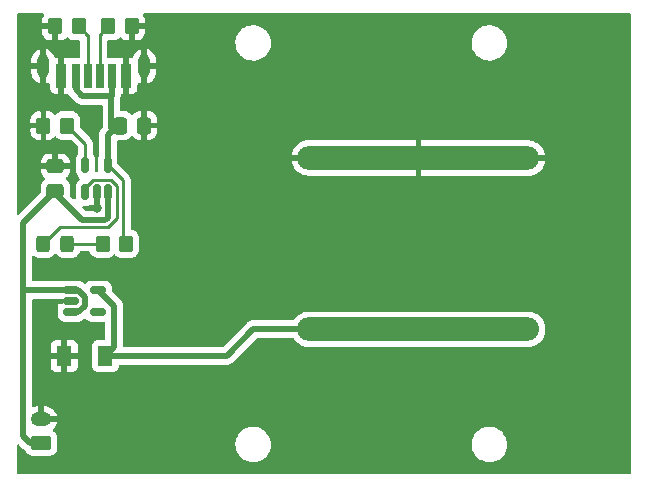
<source format=gbr>
%TF.GenerationSoftware,KiCad,Pcbnew,6.0.10-86aedd382b~118~ubuntu22.04.1*%
%TF.CreationDate,2023-02-04T11:12:36-05:00*%
%TF.ProjectId,HP Classic V3,48502043-6c61-4737-9369-632056332e6b,V3.1*%
%TF.SameCoordinates,Original*%
%TF.FileFunction,Copper,L1,Top*%
%TF.FilePolarity,Positive*%
%FSLAX46Y46*%
G04 Gerber Fmt 4.6, Leading zero omitted, Abs format (unit mm)*
G04 Created by KiCad (PCBNEW 6.0.10-86aedd382b~118~ubuntu22.04.1) date 2023-02-04 11:12:36*
%MOMM*%
%LPD*%
G01*
G04 APERTURE LIST*
G04 Aperture macros list*
%AMRoundRect*
0 Rectangle with rounded corners*
0 $1 Rounding radius*
0 $2 $3 $4 $5 $6 $7 $8 $9 X,Y pos of 4 corners*
0 Add a 4 corners polygon primitive as box body*
4,1,4,$2,$3,$4,$5,$6,$7,$8,$9,$2,$3,0*
0 Add four circle primitives for the rounded corners*
1,1,$1+$1,$2,$3*
1,1,$1+$1,$4,$5*
1,1,$1+$1,$6,$7*
1,1,$1+$1,$8,$9*
0 Add four rect primitives between the rounded corners*
20,1,$1+$1,$2,$3,$4,$5,0*
20,1,$1+$1,$4,$5,$6,$7,0*
20,1,$1+$1,$6,$7,$8,$9,0*
20,1,$1+$1,$8,$9,$2,$3,0*%
G04 Aperture macros list end*
%TA.AperFunction,ComponentPad*%
%ADD10O,1.000000X2.000000*%
%TD*%
%TA.AperFunction,SMDPad,CuDef*%
%ADD11R,0.900000X2.000000*%
%TD*%
%TA.AperFunction,SMDPad,CuDef*%
%ADD12R,0.800000X2.000000*%
%TD*%
%TA.AperFunction,SMDPad,CuDef*%
%ADD13R,0.700000X2.000000*%
%TD*%
%TA.AperFunction,SMDPad,CuDef*%
%ADD14RoundRect,0.250000X-0.337500X-0.475000X0.337500X-0.475000X0.337500X0.475000X-0.337500X0.475000X0*%
%TD*%
%TA.AperFunction,SMDPad,CuDef*%
%ADD15RoundRect,0.150000X-0.512500X-0.150000X0.512500X-0.150000X0.512500X0.150000X-0.512500X0.150000X0*%
%TD*%
%TA.AperFunction,SMDPad,CuDef*%
%ADD16R,1.300000X1.700000*%
%TD*%
%TA.AperFunction,SMDPad,CuDef*%
%ADD17RoundRect,0.250000X0.350000X0.450000X-0.350000X0.450000X-0.350000X-0.450000X0.350000X-0.450000X0*%
%TD*%
%TA.AperFunction,SMDPad,CuDef*%
%ADD18RoundRect,0.250000X-0.325000X-0.450000X0.325000X-0.450000X0.325000X0.450000X-0.325000X0.450000X0*%
%TD*%
%TA.AperFunction,SMDPad,CuDef*%
%ADD19RoundRect,0.250000X0.475000X-0.337500X0.475000X0.337500X-0.475000X0.337500X-0.475000X-0.337500X0*%
%TD*%
%TA.AperFunction,SMDPad,CuDef*%
%ADD20RoundRect,0.150000X0.150000X-0.512500X0.150000X0.512500X-0.150000X0.512500X-0.150000X-0.512500X0*%
%TD*%
%TA.AperFunction,ComponentPad*%
%ADD21O,1.750000X1.200000*%
%TD*%
%TA.AperFunction,ComponentPad*%
%ADD22RoundRect,0.250000X0.625000X-0.350000X0.625000X0.350000X-0.625000X0.350000X-0.625000X-0.350000X0*%
%TD*%
%TA.AperFunction,SMDPad,CuDef*%
%ADD23RoundRect,0.250000X-0.350000X-0.450000X0.350000X-0.450000X0.350000X0.450000X-0.350000X0.450000X0*%
%TD*%
%TA.AperFunction,ComponentPad*%
%ADD24O,20.500000X2.000000*%
%TD*%
%TA.AperFunction,ViaPad*%
%ADD25C,0.800000*%
%TD*%
%TA.AperFunction,Conductor*%
%ADD26C,0.500000*%
%TD*%
%TA.AperFunction,Conductor*%
%ADD27C,0.250000*%
%TD*%
G04 APERTURE END LIST*
D10*
%TO.P,J1,S2,SHIELD*%
%TO.N,GND*%
X4480000Y38500000D03*
%TO.P,J1,S1,SHIELD*%
X13020000Y38500000D03*
D11*
%TO.P,J1,B12,GND_B*%
X6000000Y37700000D03*
D12*
%TO.P,J1,B9,VBUS_B*%
%TO.N,VBUS*%
X7230000Y37700000D03*
D13*
%TO.P,J1,B5,CC2*%
%TO.N,Net-(J1-PadB5)*%
X9250000Y37700000D03*
D11*
%TO.P,J1,A12,GND_A*%
%TO.N,GND*%
X11500000Y37700000D03*
D12*
%TO.P,J1,A9,VBUS_A*%
%TO.N,VBUS*%
X10270000Y37700000D03*
D13*
%TO.P,J1,A5,CC1*%
%TO.N,Net-(J1-PadA5)*%
X8250000Y37700000D03*
%TD*%
D14*
%TO.P,C1,2*%
%TO.N,GND*%
X13037500Y33500000D03*
%TO.P,C1,1*%
%TO.N,VBUS*%
X10962500Y33500000D03*
%TD*%
D15*
%TO.P,U2,5,OUT*%
%TO.N,Net-(POS1-Pad1)*%
X9137500Y19573528D03*
%TO.P,U2,4,NC*%
%TO.N,unconnected-(U2-Pad4)*%
X9137500Y17673528D03*
%TO.P,U2,3,EN*%
%TO.N,+VDC*%
X6862500Y17673528D03*
%TO.P,U2,2,GND*%
%TO.N,GND*%
X6862500Y18623528D03*
%TO.P,U2,1,VDD*%
%TO.N,+VDC*%
X6862500Y19573528D03*
%TD*%
D16*
%TO.P,Z1,2,A*%
%TO.N,GND*%
X6250000Y14000000D03*
%TO.P,Z1,1,K*%
%TO.N,Net-(POS1-Pad1)*%
X9750000Y14000000D03*
%TD*%
D17*
%TO.P,R1,2*%
%TO.N,GND*%
X5500000Y41900000D03*
%TO.P,R1,1*%
%TO.N,Net-(J1-PadA5)*%
X7500000Y41900000D03*
%TD*%
D18*
%TO.P,LED1,2,A*%
%TO.N,Net-(LED1-Pad2)*%
X6525000Y23500000D03*
%TO.P,LED1,1,K*%
%TO.N,Net-(LED1-Pad1)*%
X4475000Y23500000D03*
%TD*%
D19*
%TO.P,C2,2*%
%TO.N,GND*%
X5500000Y30037500D03*
%TO.P,C2,1*%
%TO.N,+VDC*%
X5500000Y27962500D03*
%TD*%
D20*
%TO.P,U1,5,PROG*%
%TO.N,Net-(R4-Pad1)*%
X8050000Y30137500D03*
%TO.P,U1,4,VDD*%
%TO.N,VBUS*%
X9950000Y30137500D03*
%TO.P,U1,3,VBAT*%
%TO.N,+VDC*%
X9950000Y27862500D03*
%TO.P,U1,2,VSS*%
%TO.N,GND*%
X9000000Y27862500D03*
%TO.P,U1,1,STAT*%
%TO.N,Net-(LED1-Pad1)*%
X8050000Y27862500D03*
%TD*%
D21*
%TO.P,J2,2,Pin_2*%
%TO.N,GND*%
X4300000Y8620000D03*
D22*
%TO.P,J2,1,Pin_1*%
%TO.N,+VDC*%
X4300000Y6620000D03*
%TD*%
D17*
%TO.P,R4,2*%
%TO.N,GND*%
X4500000Y33500000D03*
%TO.P,R4,1*%
%TO.N,Net-(R4-Pad1)*%
X6500000Y33500000D03*
%TD*%
%TO.P,R3,2*%
%TO.N,Net-(LED1-Pad2)*%
X9500000Y23500000D03*
%TO.P,R3,1*%
%TO.N,VBUS*%
X11500000Y23500000D03*
%TD*%
D23*
%TO.P,R2,1*%
%TO.N,Net-(J1-PadB5)*%
X10000000Y41900000D03*
%TO.P,R2,2*%
%TO.N,GND*%
X12000000Y41900000D03*
%TD*%
D24*
%TO.P,NEG1,1,1*%
%TO.N,GND*%
X36250000Y30750000D03*
%TD*%
%TO.P,POS1,1,1*%
%TO.N,Net-(POS1-Pad1)*%
X36250000Y16250000D03*
%TD*%
D25*
%TO.N,GND*%
X9000000Y26525836D03*
%TD*%
D26*
%TO.N,+VDC*%
X2800000Y19573528D02*
X6862500Y19573528D01*
X8000000Y18997056D02*
X8000000Y18250000D01*
X7423528Y19573528D02*
X8000000Y18997056D01*
X8000000Y18250000D02*
X7423528Y17673528D01*
%TO.N,Net-(POS1-Pad1)*%
X9137500Y19573528D02*
X10500000Y18211028D01*
X10500000Y18211028D02*
X10500000Y14750000D01*
X10500000Y14750000D02*
X9750000Y14000000D01*
%TO.N,+VDC*%
X7423528Y17673528D02*
X6862500Y17673528D01*
X6862500Y19573528D02*
X7423528Y19573528D01*
%TO.N,VBUS*%
X10270000Y36020000D02*
X10250000Y36000000D01*
X10750000Y33500000D02*
X9950000Y32700000D01*
X10250000Y36000000D02*
X10250000Y33250000D01*
X9985673Y30137500D02*
X9950000Y30137500D01*
X10250000Y36000000D02*
X7800000Y36000000D01*
X7800000Y36000000D02*
X7230000Y36570000D01*
D27*
X9985673Y30137500D02*
X11250000Y28873173D01*
D26*
X10962500Y33500000D02*
X10750000Y33500000D01*
D27*
X11250000Y23750000D02*
X11500000Y23500000D01*
D26*
X9950000Y32700000D02*
X9950000Y30137500D01*
X10270000Y37700000D02*
X10270000Y36020000D01*
D27*
X11250000Y28873173D02*
X11250000Y23750000D01*
D26*
X7230000Y36570000D02*
X7230000Y37750000D01*
%TO.N,GND*%
X9000000Y26525836D02*
X9000000Y27862500D01*
%TO.N,+VDC*%
X4300000Y6620000D02*
X3380000Y6620000D01*
X9950000Y27862500D02*
X9950000Y25700000D01*
X3380000Y6620000D02*
X2750000Y7250000D01*
X2750000Y19623528D02*
X2800000Y19573528D01*
X5500000Y27962500D02*
X2750000Y25212500D01*
X2750000Y25212500D02*
X2750000Y18250000D01*
X9750000Y25500000D02*
X7750000Y25500000D01*
X2750000Y7250000D02*
X2750000Y19623528D01*
X9950000Y25700000D02*
X9750000Y25500000D01*
X7750000Y25500000D02*
X5500000Y27750000D01*
D27*
%TO.N,Net-(J1-PadA5)*%
X8250000Y37750000D02*
X8250000Y41180000D01*
X8220000Y41180000D02*
X7500000Y41900000D01*
X8250000Y41180000D02*
X8220000Y41180000D01*
%TO.N,Net-(R4-Pad1)*%
X8050000Y31950000D02*
X6500000Y33500000D01*
X8050000Y30137500D02*
X8050000Y31950000D01*
%TO.N,Net-(J1-PadB5)*%
X9250000Y41180000D02*
X9280000Y41180000D01*
X9280000Y41180000D02*
X10000000Y41900000D01*
X9250000Y37750000D02*
X9250000Y41180000D01*
D26*
%TO.N,Net-(POS1-Pad1)*%
X9750000Y14000000D02*
X20000000Y14000000D01*
X20000000Y14000000D02*
X22250000Y16250000D01*
X22250000Y16250000D02*
X36250000Y16250000D01*
D27*
%TO.N,Net-(LED1-Pad1)*%
X10750000Y28396751D02*
X10750000Y25686828D01*
X8050000Y28246751D02*
X8703249Y28900000D01*
X10246751Y28900000D02*
X10750000Y28396751D01*
X9988172Y24925000D02*
X5900000Y24925000D01*
X5900000Y24925000D02*
X4475000Y23500000D01*
X8703249Y28900000D02*
X10246751Y28900000D01*
X10750000Y25686828D02*
X9988172Y24925000D01*
X8050000Y27862500D02*
X8050000Y28246751D01*
%TO.N,Net-(LED1-Pad2)*%
X9500000Y23500000D02*
X6525000Y23500000D01*
%TD*%
%TA.AperFunction,Conductor*%
%TO.N,GND*%
G36*
X54193039Y42979815D02*
G01*
X54238794Y42927011D01*
X54250000Y42875500D01*
X54250000Y4124500D01*
X54230315Y4057461D01*
X54177511Y4011706D01*
X54126000Y4000500D01*
X2374000Y4000500D01*
X2306961Y4020185D01*
X2261206Y4072989D01*
X2250000Y4124500D01*
X2250000Y6389271D01*
X2269685Y6456310D01*
X2322489Y6502065D01*
X2391647Y6512009D01*
X2455203Y6482984D01*
X2461681Y6476952D01*
X2802430Y6136203D01*
X2814620Y6122020D01*
X2827383Y6104676D01*
X2832869Y6100016D01*
X2832872Y6100012D01*
X2867254Y6070803D01*
X2874650Y6063983D01*
X2880304Y6058329D01*
X2901471Y6041582D01*
X2902357Y6040881D01*
X2905701Y6038139D01*
X2958936Y5992913D01*
X2989676Y5952672D01*
X2990744Y5949471D01*
X3022145Y5898727D01*
X3079043Y5806780D01*
X3079046Y5806776D01*
X3082834Y5800655D01*
X3206689Y5677016D01*
X3355666Y5585186D01*
X3521772Y5530090D01*
X3576316Y5524502D01*
X3621987Y5519822D01*
X3621995Y5519822D01*
X3625134Y5519500D01*
X4974866Y5519500D01*
X5079519Y5530359D01*
X5085956Y5532507D01*
X5085958Y5532507D01*
X5238695Y5583464D01*
X5245529Y5585744D01*
X5296273Y5617145D01*
X5388220Y5674043D01*
X5388224Y5674046D01*
X5394345Y5677834D01*
X5517984Y5801689D01*
X5527296Y5816795D01*
X5603960Y5941169D01*
X5609814Y5950666D01*
X5664910Y6116772D01*
X5675500Y6220134D01*
X5675500Y6536786D01*
X20744806Y6536786D01*
X20746575Y6506102D01*
X20759010Y6290455D01*
X20760129Y6285491D01*
X20810748Y6060877D01*
X20813255Y6049751D01*
X20906084Y5821139D01*
X20908746Y5816795D01*
X21032344Y5615102D01*
X21032348Y5615097D01*
X21035006Y5610759D01*
X21038338Y5606913D01*
X21038339Y5606911D01*
X21110018Y5524163D01*
X21196557Y5424259D01*
X21200467Y5421012D01*
X21200471Y5421009D01*
X21286007Y5349996D01*
X21386399Y5266649D01*
X21488967Y5206713D01*
X21595036Y5144731D01*
X21595040Y5144729D01*
X21599433Y5142162D01*
X21829939Y5054141D01*
X21950833Y5029544D01*
X22066741Y5005962D01*
X22066744Y5005962D01*
X22071726Y5004948D01*
X22233367Y4999021D01*
X22313221Y4996093D01*
X22313224Y4996093D01*
X22318300Y4995907D01*
X22563041Y5027259D01*
X22652644Y5054141D01*
X22794502Y5096700D01*
X22794506Y5096701D01*
X22799374Y5098162D01*
X23020954Y5206713D01*
X23025099Y5209670D01*
X23025103Y5209672D01*
X23217686Y5347041D01*
X23221829Y5349996D01*
X23396605Y5524163D01*
X23540588Y5724537D01*
X23649911Y5945736D01*
X23721639Y6181820D01*
X23753845Y6426450D01*
X23755643Y6500000D01*
X23753037Y6531703D01*
X23752619Y6536786D01*
X40744806Y6536786D01*
X40746575Y6506102D01*
X40759010Y6290455D01*
X40760129Y6285491D01*
X40810748Y6060877D01*
X40813255Y6049751D01*
X40906084Y5821139D01*
X40908746Y5816795D01*
X41032344Y5615102D01*
X41032348Y5615097D01*
X41035006Y5610759D01*
X41038338Y5606913D01*
X41038339Y5606911D01*
X41110018Y5524163D01*
X41196557Y5424259D01*
X41200467Y5421012D01*
X41200471Y5421009D01*
X41286007Y5349996D01*
X41386399Y5266649D01*
X41488967Y5206713D01*
X41595036Y5144731D01*
X41595040Y5144729D01*
X41599433Y5142162D01*
X41829939Y5054141D01*
X41950833Y5029544D01*
X42066741Y5005962D01*
X42066744Y5005962D01*
X42071726Y5004948D01*
X42233367Y4999021D01*
X42313221Y4996093D01*
X42313224Y4996093D01*
X42318300Y4995907D01*
X42563041Y5027259D01*
X42652644Y5054141D01*
X42794502Y5096700D01*
X42794506Y5096701D01*
X42799374Y5098162D01*
X43020954Y5206713D01*
X43025099Y5209670D01*
X43025103Y5209672D01*
X43217686Y5347041D01*
X43221829Y5349996D01*
X43396605Y5524163D01*
X43540588Y5724537D01*
X43649911Y5945736D01*
X43721639Y6181820D01*
X43753845Y6426450D01*
X43755643Y6500000D01*
X43753037Y6531703D01*
X43735842Y6740836D01*
X43735425Y6745911D01*
X43675316Y6985217D01*
X43671492Y6994013D01*
X43617680Y7117770D01*
X43576928Y7211493D01*
X43442905Y7418661D01*
X43380203Y7487569D01*
X43280278Y7597387D01*
X43280274Y7597391D01*
X43276846Y7601158D01*
X43083210Y7754082D01*
X42970794Y7816139D01*
X42871653Y7870868D01*
X42871650Y7870869D01*
X42867198Y7873327D01*
X42634610Y7955691D01*
X42391694Y7998961D01*
X42305090Y8000019D01*
X42150062Y8001913D01*
X42150060Y8001913D01*
X42144972Y8001975D01*
X41901070Y7964653D01*
X41666540Y7887997D01*
X41662026Y7885647D01*
X41452194Y7776416D01*
X41452188Y7776412D01*
X41447679Y7774065D01*
X41250364Y7625917D01*
X41246848Y7622238D01*
X41246846Y7622236D01*
X41226704Y7601158D01*
X41079896Y7447532D01*
X41077032Y7443333D01*
X41077030Y7443331D01*
X40968134Y7283695D01*
X40940851Y7243700D01*
X40836965Y7019896D01*
X40771026Y6782129D01*
X40744806Y6536786D01*
X23752619Y6536786D01*
X23735842Y6740836D01*
X23735425Y6745911D01*
X23675316Y6985217D01*
X23671492Y6994013D01*
X23617680Y7117770D01*
X23576928Y7211493D01*
X23442905Y7418661D01*
X23380203Y7487569D01*
X23280278Y7597387D01*
X23280274Y7597391D01*
X23276846Y7601158D01*
X23083210Y7754082D01*
X22970794Y7816139D01*
X22871653Y7870868D01*
X22871650Y7870869D01*
X22867198Y7873327D01*
X22634610Y7955691D01*
X22391694Y7998961D01*
X22305090Y8000019D01*
X22150062Y8001913D01*
X22150060Y8001913D01*
X22144972Y8001975D01*
X21901070Y7964653D01*
X21666540Y7887997D01*
X21662026Y7885647D01*
X21452194Y7776416D01*
X21452188Y7776412D01*
X21447679Y7774065D01*
X21250364Y7625917D01*
X21246848Y7622238D01*
X21246846Y7622236D01*
X21226704Y7601158D01*
X21079896Y7447532D01*
X21077032Y7443333D01*
X21077030Y7443331D01*
X20968134Y7283695D01*
X20940851Y7243700D01*
X20836965Y7019896D01*
X20771026Y6782129D01*
X20744806Y6536786D01*
X5675500Y6536786D01*
X5675500Y7019866D01*
X5664641Y7124519D01*
X5634201Y7215761D01*
X5611536Y7283695D01*
X5609256Y7290529D01*
X5529966Y7418661D01*
X5520957Y7433220D01*
X5520954Y7433224D01*
X5517166Y7439345D01*
X5393311Y7562984D01*
X5329911Y7602064D01*
X5283171Y7653999D01*
X5271929Y7722958D01*
X5299754Y7787048D01*
X5318380Y7805135D01*
X5332389Y7816139D01*
X5340898Y7824242D01*
X5470731Y7973862D01*
X5477558Y7983432D01*
X5576755Y8154901D01*
X5581646Y8165584D01*
X5646628Y8352712D01*
X5647276Y8355370D01*
X5645750Y8366071D01*
X5632398Y8370000D01*
X4174000Y8370000D01*
X4106961Y8389685D01*
X4061206Y8442489D01*
X4050000Y8494000D01*
X4050000Y8887830D01*
X4550000Y8887830D01*
X4554404Y8872831D01*
X4555774Y8871644D01*
X4563332Y8870000D01*
X5628423Y8870000D01*
X5641740Y8873910D01*
X5643074Y8883189D01*
X5621185Y8974016D01*
X5617358Y8985129D01*
X5535366Y9165459D01*
X5529510Y9175644D01*
X5414896Y9337221D01*
X5407223Y9346110D01*
X5264124Y9483097D01*
X5254895Y9490386D01*
X5088488Y9597834D01*
X5078042Y9603249D01*
X4894318Y9677291D01*
X4883040Y9680632D01*
X4687210Y9718874D01*
X4678485Y9719934D01*
X4675795Y9720000D01*
X4567830Y9720000D01*
X4552831Y9715596D01*
X4551644Y9714226D01*
X4550000Y9706668D01*
X4550000Y8887830D01*
X4050000Y8887830D01*
X4050000Y9702170D01*
X4045596Y9717169D01*
X4044226Y9718356D01*
X4036668Y9720000D01*
X3975514Y9720000D01*
X3969601Y9719718D01*
X3821929Y9705629D01*
X3810386Y9703407D01*
X3659406Y9659115D01*
X3589536Y9659132D01*
X3530767Y9696921D01*
X3501758Y9760484D01*
X3500500Y9778101D01*
X3500500Y13106028D01*
X5100000Y13106028D01*
X5100363Y13099331D01*
X5105803Y13049256D01*
X5109371Y13034247D01*
X5153817Y12915689D01*
X5162212Y12900354D01*
X5237516Y12799876D01*
X5249876Y12787516D01*
X5350354Y12712212D01*
X5365689Y12703817D01*
X5484247Y12659371D01*
X5499256Y12655803D01*
X5549331Y12650363D01*
X5556028Y12650000D01*
X5982170Y12650000D01*
X5997169Y12654404D01*
X5998356Y12655774D01*
X6000000Y12663332D01*
X6000000Y12667830D01*
X6500000Y12667830D01*
X6504404Y12652831D01*
X6505774Y12651644D01*
X6513332Y12650000D01*
X6943972Y12650000D01*
X6950669Y12650363D01*
X7000744Y12655803D01*
X7015753Y12659371D01*
X7134311Y12703817D01*
X7149646Y12712212D01*
X7250124Y12787516D01*
X7262484Y12799876D01*
X7337788Y12900354D01*
X7346183Y12915689D01*
X7390629Y13034247D01*
X7394197Y13049256D01*
X7399637Y13099331D01*
X7400000Y13106028D01*
X7400000Y13732170D01*
X7395596Y13747169D01*
X7394226Y13748356D01*
X7386668Y13750000D01*
X6517830Y13750000D01*
X6502831Y13745596D01*
X6501644Y13744226D01*
X6500000Y13736668D01*
X6500000Y12667830D01*
X6000000Y12667830D01*
X6000000Y13732170D01*
X5995596Y13747169D01*
X5994226Y13748356D01*
X5986668Y13750000D01*
X5117830Y13750000D01*
X5102831Y13745596D01*
X5101644Y13744226D01*
X5100000Y13736668D01*
X5100000Y13106028D01*
X3500500Y13106028D01*
X3500500Y14267830D01*
X5100000Y14267830D01*
X5104404Y14252831D01*
X5105774Y14251644D01*
X5113332Y14250000D01*
X5982170Y14250000D01*
X5997169Y14254404D01*
X5998356Y14255774D01*
X6000000Y14263332D01*
X6000000Y14267830D01*
X6500000Y14267830D01*
X6504404Y14252831D01*
X6505774Y14251644D01*
X6513332Y14250000D01*
X7382170Y14250000D01*
X7397169Y14254404D01*
X7398356Y14255774D01*
X7400000Y14263332D01*
X7400000Y14893972D01*
X7399637Y14900669D01*
X7394197Y14950744D01*
X7390629Y14965753D01*
X7346183Y15084311D01*
X7337788Y15099646D01*
X7262484Y15200124D01*
X7250124Y15212484D01*
X7149646Y15287788D01*
X7134311Y15296183D01*
X7015753Y15340629D01*
X7000744Y15344197D01*
X6950669Y15349637D01*
X6943972Y15350000D01*
X6517830Y15350000D01*
X6502831Y15345596D01*
X6501644Y15344226D01*
X6500000Y15336668D01*
X6500000Y14267830D01*
X6000000Y14267830D01*
X6000000Y15332170D01*
X5995596Y15347169D01*
X5994226Y15348356D01*
X5986668Y15350000D01*
X5556028Y15350000D01*
X5549331Y15349637D01*
X5499256Y15344197D01*
X5484247Y15340629D01*
X5365689Y15296183D01*
X5350354Y15287788D01*
X5249876Y15212484D01*
X5237516Y15200124D01*
X5162212Y15099646D01*
X5153817Y15084311D01*
X5109371Y14965753D01*
X5105803Y14950744D01*
X5100363Y14900669D01*
X5100000Y14893972D01*
X5100000Y14267830D01*
X3500500Y14267830D01*
X3500500Y18699028D01*
X3520185Y18766067D01*
X3572989Y18811822D01*
X3624500Y18823028D01*
X6067674Y18823028D01*
X6102268Y18818104D01*
X6247431Y18775930D01*
X6284306Y18773028D01*
X6988500Y18773028D01*
X7055539Y18753343D01*
X7101294Y18700539D01*
X7112500Y18649028D01*
X7112500Y18598028D01*
X7092815Y18530989D01*
X7040011Y18485234D01*
X6988500Y18474028D01*
X6284306Y18474028D01*
X6247431Y18471126D01*
X6089602Y18425272D01*
X6082888Y18421302D01*
X6082887Y18421301D01*
X6031306Y18390796D01*
X5968185Y18373528D01*
X5720534Y18373528D01*
X5705971Y18369252D01*
X5705006Y18363789D01*
X5746540Y18220826D01*
X5755789Y18199452D01*
X5752950Y18198223D01*
X5766605Y18144433D01*
X5753186Y18098728D01*
X5755326Y18097802D01*
X5752227Y18090641D01*
X5748256Y18083926D01*
X5702402Y17926097D01*
X5699500Y17889222D01*
X5699500Y17457834D01*
X5702402Y17420959D01*
X5748256Y17263130D01*
X5831919Y17121663D01*
X5948135Y17005447D01*
X6089602Y16921784D01*
X6247431Y16875930D01*
X6284306Y16873028D01*
X7440694Y16873028D01*
X7477569Y16875930D01*
X7635398Y16921784D01*
X7650612Y16930781D01*
X7770149Y17001475D01*
X7770150Y17001476D01*
X7776865Y17005447D01*
X7782240Y17010822D01*
X7789734Y17016172D01*
X7822273Y17037505D01*
X7825917Y17039805D01*
X7887688Y17077289D01*
X7895980Y17084613D01*
X7896005Y17084585D01*
X7898894Y17087146D01*
X7902191Y17089903D01*
X7908213Y17093851D01*
X7913167Y17099080D01*
X7913170Y17099083D01*
X7930794Y17117686D01*
X7991189Y17152816D01*
X8060990Y17149718D01*
X8108494Y17120088D01*
X8223135Y17005447D01*
X8364602Y16921784D01*
X8522431Y16875930D01*
X8559306Y16873028D01*
X9625500Y16873028D01*
X9692539Y16853343D01*
X9738294Y16800539D01*
X9749500Y16749028D01*
X9749500Y15474499D01*
X9729815Y15407460D01*
X9677011Y15361705D01*
X9625500Y15350499D01*
X9052624Y15350499D01*
X8991420Y15343851D01*
X8857176Y15293526D01*
X8850111Y15288231D01*
X8850109Y15288230D01*
X8758700Y15219722D01*
X8742454Y15207546D01*
X8656474Y15092824D01*
X8653374Y15084556D01*
X8653374Y15084555D01*
X8650553Y15077030D01*
X8606149Y14958580D01*
X8599500Y14897377D01*
X8599501Y13102624D01*
X8606149Y13041420D01*
X8656474Y12907176D01*
X8742454Y12792454D01*
X8749519Y12787159D01*
X8850109Y12711770D01*
X8850111Y12711769D01*
X8857176Y12706474D01*
X8991420Y12656149D01*
X9052623Y12649500D01*
X9749896Y12649500D01*
X10447376Y12649501D01*
X10508580Y12656149D01*
X10642824Y12706474D01*
X10649889Y12711769D01*
X10649891Y12711770D01*
X10750481Y12787159D01*
X10757546Y12792454D01*
X10843526Y12907176D01*
X10893851Y13041420D01*
X10900500Y13102623D01*
X10900500Y13125500D01*
X10920185Y13192539D01*
X10972989Y13238294D01*
X11024500Y13249500D01*
X19933696Y13249500D01*
X19952344Y13248090D01*
X19973630Y13244852D01*
X19980811Y13245436D01*
X19980813Y13245436D01*
X20025761Y13249092D01*
X20035813Y13249500D01*
X20043822Y13249500D01*
X20071779Y13252759D01*
X20076078Y13253185D01*
X20085821Y13253977D01*
X20140884Y13258455D01*
X20140888Y13258456D01*
X20148059Y13259039D01*
X20154907Y13261257D01*
X20160815Y13262438D01*
X20166672Y13263823D01*
X20173828Y13264657D01*
X20241761Y13289315D01*
X20245848Y13290718D01*
X20307690Y13310752D01*
X20314546Y13312973D01*
X20320705Y13316711D01*
X20326184Y13319219D01*
X20331562Y13321912D01*
X20338331Y13324369D01*
X20398744Y13363977D01*
X20402389Y13366277D01*
X20464160Y13403761D01*
X20472452Y13411085D01*
X20472477Y13411057D01*
X20475366Y13413618D01*
X20478663Y13416375D01*
X20484685Y13420323D01*
X20537402Y13475972D01*
X20539741Y13478374D01*
X22524548Y15463181D01*
X22585871Y15496666D01*
X22612229Y15499500D01*
X25625343Y15499500D01*
X25692382Y15479815D01*
X25724952Y15446941D01*
X25725935Y15447679D01*
X25839349Y15296626D01*
X25874083Y15250364D01*
X25877762Y15246848D01*
X25877764Y15246846D01*
X25926656Y15200124D01*
X26052468Y15079896D01*
X26056667Y15077032D01*
X26056669Y15077030D01*
X26219644Y14965856D01*
X26256300Y14940851D01*
X26480104Y14836965D01*
X26485008Y14835605D01*
X26712970Y14772385D01*
X26712972Y14772385D01*
X26717871Y14771026D01*
X26919292Y14749500D01*
X45562554Y14749500D01*
X45745911Y14764575D01*
X45985217Y14824684D01*
X46010334Y14835605D01*
X46099785Y14874500D01*
X46211493Y14923072D01*
X46418661Y15057095D01*
X46487569Y15119797D01*
X46597387Y15219722D01*
X46597391Y15219726D01*
X46601158Y15223154D01*
X46754082Y15416790D01*
X46873327Y15632802D01*
X46955691Y15865390D01*
X46998961Y16108306D01*
X47001975Y16355028D01*
X46964653Y16598930D01*
X46887997Y16833460D01*
X46842072Y16921681D01*
X46776416Y17047806D01*
X46776412Y17047812D01*
X46774065Y17052321D01*
X46625917Y17249636D01*
X46618824Y17256415D01*
X46451208Y17416591D01*
X46447532Y17420104D01*
X46437019Y17427276D01*
X46247909Y17556278D01*
X46247907Y17556279D01*
X46243700Y17559149D01*
X46019896Y17663035D01*
X45971141Y17676556D01*
X45787030Y17727615D01*
X45787028Y17727615D01*
X45782129Y17728974D01*
X45580708Y17750500D01*
X26937446Y17750500D01*
X26754089Y17735425D01*
X26514783Y17675316D01*
X26510116Y17673287D01*
X26510114Y17673286D01*
X26452603Y17648279D01*
X26288507Y17576928D01*
X26081339Y17442905D01*
X26077571Y17439476D01*
X25902613Y17280278D01*
X25902609Y17280274D01*
X25898842Y17276846D01*
X25745918Y17083210D01*
X25743459Y17078756D01*
X25743458Y17078754D01*
X25735630Y17064574D01*
X25685998Y17015396D01*
X25627072Y17000500D01*
X22316310Y17000500D01*
X22297663Y17001910D01*
X22276370Y17005149D01*
X22269189Y17004565D01*
X22269187Y17004565D01*
X22224231Y17000908D01*
X22214178Y17000500D01*
X22206178Y17000500D01*
X22178242Y16997243D01*
X22173943Y16996818D01*
X22109118Y16991545D01*
X22109116Y16991545D01*
X22101941Y16990961D01*
X22095093Y16988743D01*
X22089174Y16987560D01*
X22083324Y16986177D01*
X22076172Y16985343D01*
X22008246Y16960687D01*
X22004159Y16959285D01*
X21935454Y16937027D01*
X21929293Y16933288D01*
X21923817Y16930781D01*
X21918441Y16928089D01*
X21911669Y16925631D01*
X21905645Y16921682D01*
X21905644Y16921681D01*
X21851257Y16886023D01*
X21847596Y16883713D01*
X21790560Y16849103D01*
X21790557Y16849101D01*
X21785841Y16846239D01*
X21777548Y16838916D01*
X21777523Y16838944D01*
X21774634Y16836381D01*
X21771341Y16833628D01*
X21765315Y16829677D01*
X21760363Y16824450D01*
X21760361Y16824448D01*
X21712617Y16774048D01*
X21710277Y16771645D01*
X19725452Y14786819D01*
X19664129Y14753334D01*
X19637771Y14750500D01*
X11374500Y14750500D01*
X11307461Y14770185D01*
X11261706Y14822989D01*
X11250500Y14874500D01*
X11250500Y18144724D01*
X11251910Y18163373D01*
X11254064Y18177535D01*
X11255148Y18184658D01*
X11250908Y18236789D01*
X11250500Y18246841D01*
X11250500Y18254850D01*
X11247241Y18282807D01*
X11246815Y18287110D01*
X11241545Y18351912D01*
X11241544Y18351916D01*
X11240961Y18359087D01*
X11238743Y18365935D01*
X11237562Y18371843D01*
X11236177Y18377700D01*
X11235343Y18384856D01*
X11210685Y18452789D01*
X11209282Y18456876D01*
X11189248Y18518718D01*
X11187027Y18525574D01*
X11183289Y18531733D01*
X11180781Y18537212D01*
X11178088Y18542590D01*
X11175631Y18549359D01*
X11157223Y18577436D01*
X11136023Y18609772D01*
X11133714Y18613431D01*
X11112113Y18649028D01*
X11096239Y18675188D01*
X11088915Y18683480D01*
X11088943Y18683505D01*
X11086382Y18686394D01*
X11083625Y18689691D01*
X11079677Y18695713D01*
X11024028Y18748430D01*
X11021626Y18750769D01*
X10336819Y19435576D01*
X10303334Y19496899D01*
X10300500Y19523257D01*
X10300500Y19789222D01*
X10297598Y19826097D01*
X10251744Y19983926D01*
X10168081Y20125393D01*
X10051865Y20241609D01*
X9910398Y20325272D01*
X9897732Y20328952D01*
X9846924Y20343713D01*
X9752569Y20371126D01*
X9715694Y20374028D01*
X8559306Y20374028D01*
X8522431Y20371126D01*
X8428076Y20343713D01*
X8377269Y20328952D01*
X8364602Y20325272D01*
X8223135Y20241609D01*
X8107933Y20126407D01*
X8046610Y20092922D01*
X7976918Y20097906D01*
X7939973Y20119583D01*
X7936286Y20122715D01*
X7928884Y20129539D01*
X7923225Y20135198D01*
X7901148Y20152665D01*
X7897839Y20155378D01*
X7848268Y20197492D01*
X7848266Y20197493D01*
X7842773Y20202160D01*
X7836355Y20205437D01*
X7831311Y20208801D01*
X7826224Y20211942D01*
X7820579Y20216409D01*
X7814051Y20219460D01*
X7800870Y20225621D01*
X7780260Y20238214D01*
X7776865Y20241609D01*
X7770156Y20245577D01*
X7770153Y20245579D01*
X7642113Y20321301D01*
X7642112Y20321302D01*
X7635398Y20325272D01*
X7622732Y20328952D01*
X7571924Y20343713D01*
X7477569Y20371126D01*
X7440694Y20374028D01*
X6284306Y20374028D01*
X6247431Y20371126D01*
X6153076Y20343713D01*
X6102269Y20328952D01*
X6067674Y20324028D01*
X3624500Y20324028D01*
X3557461Y20343713D01*
X3511706Y20396517D01*
X3500500Y20448028D01*
X3500500Y22346603D01*
X3520185Y22413642D01*
X3572989Y22459397D01*
X3642147Y22469341D01*
X3689566Y22452160D01*
X3824533Y22368966D01*
X3824536Y22368965D01*
X3830666Y22365186D01*
X3996772Y22310090D01*
X4051316Y22304502D01*
X4096987Y22299822D01*
X4096995Y22299822D01*
X4100134Y22299500D01*
X4849866Y22299500D01*
X4954519Y22310359D01*
X4960956Y22312507D01*
X4960958Y22312507D01*
X5113695Y22363464D01*
X5120529Y22365744D01*
X5171273Y22397145D01*
X5263220Y22454043D01*
X5263224Y22454046D01*
X5269345Y22457834D01*
X5392984Y22581689D01*
X5396764Y22587821D01*
X5401229Y22593475D01*
X5403154Y22591955D01*
X5446460Y22630932D01*
X5515419Y22642176D01*
X5579510Y22614353D01*
X5598962Y22591945D01*
X5599569Y22592426D01*
X5604043Y22586781D01*
X5607834Y22580655D01*
X5731689Y22457016D01*
X5880666Y22365186D01*
X6046772Y22310090D01*
X6101316Y22304502D01*
X6146987Y22299822D01*
X6146995Y22299822D01*
X6150134Y22299500D01*
X6899866Y22299500D01*
X7004519Y22310359D01*
X7010956Y22312507D01*
X7010958Y22312507D01*
X7163695Y22363464D01*
X7170529Y22365744D01*
X7221273Y22397145D01*
X7313220Y22454043D01*
X7313224Y22454046D01*
X7319345Y22457834D01*
X7442984Y22581689D01*
X7449603Y22592426D01*
X7531035Y22724535D01*
X7531037Y22724539D01*
X7534814Y22730666D01*
X7554342Y22789539D01*
X7594131Y22846972D01*
X7658655Y22873776D01*
X7672036Y22874500D01*
X8328009Y22874500D01*
X8395048Y22854815D01*
X8440803Y22802011D01*
X8445635Y22789745D01*
X8465744Y22729471D01*
X8469533Y22723348D01*
X8469534Y22723346D01*
X8554043Y22586780D01*
X8554046Y22586776D01*
X8557834Y22580655D01*
X8681689Y22457016D01*
X8830666Y22365186D01*
X8996772Y22310090D01*
X9051316Y22304502D01*
X9096987Y22299822D01*
X9096995Y22299822D01*
X9100134Y22299500D01*
X9899866Y22299500D01*
X10004519Y22310359D01*
X10010956Y22312507D01*
X10010958Y22312507D01*
X10163695Y22363464D01*
X10170529Y22365744D01*
X10221273Y22397145D01*
X10313220Y22454043D01*
X10313224Y22454046D01*
X10319345Y22457834D01*
X10412187Y22550838D01*
X10473481Y22584376D01*
X10543177Y22579452D01*
X10587550Y22550991D01*
X10681689Y22457016D01*
X10830666Y22365186D01*
X10996772Y22310090D01*
X11051316Y22304502D01*
X11096987Y22299822D01*
X11096995Y22299822D01*
X11100134Y22299500D01*
X11899866Y22299500D01*
X12004519Y22310359D01*
X12010956Y22312507D01*
X12010958Y22312507D01*
X12163695Y22363464D01*
X12170529Y22365744D01*
X12221273Y22397145D01*
X12313220Y22454043D01*
X12313224Y22454046D01*
X12319345Y22457834D01*
X12442984Y22581689D01*
X12449603Y22592426D01*
X12531037Y22724539D01*
X12534814Y22730666D01*
X12589910Y22896772D01*
X12600500Y23000134D01*
X12600500Y23999866D01*
X12589641Y24104519D01*
X12534256Y24270529D01*
X12499543Y24326624D01*
X12445957Y24413220D01*
X12445954Y24413224D01*
X12442166Y24419345D01*
X12318311Y24542984D01*
X12306798Y24550081D01*
X12219879Y24603658D01*
X12169334Y24634814D01*
X12003228Y24689910D01*
X11986860Y24691587D01*
X11922176Y24718003D01*
X11882042Y24775196D01*
X11875500Y24814941D01*
X11875500Y28795402D01*
X11876021Y28806455D01*
X11877672Y28813841D01*
X11875561Y28881029D01*
X11875500Y28884923D01*
X11875500Y28912523D01*
X11874999Y28916492D01*
X11874080Y28928149D01*
X11872954Y28964006D01*
X11872954Y28964007D01*
X11872709Y28971801D01*
X11869091Y28984256D01*
X11867120Y28991039D01*
X11863175Y29010089D01*
X11862466Y29015700D01*
X11860664Y29029965D01*
X11856833Y29039641D01*
X11844584Y29070580D01*
X11840800Y29081630D01*
X11836251Y29097288D01*
X11828617Y29123563D01*
X11824648Y29130275D01*
X11818419Y29140809D01*
X11809864Y29158273D01*
X11805359Y29169649D01*
X11802486Y29176905D01*
X11776806Y29212251D01*
X11770400Y29222004D01*
X11768108Y29225880D01*
X11748170Y29259594D01*
X11734006Y29273758D01*
X11721369Y29288554D01*
X11714182Y29298447D01*
X11714176Y29298453D01*
X11709594Y29304760D01*
X11675947Y29332595D01*
X11667306Y29340458D01*
X10786819Y30220945D01*
X10753334Y30282268D01*
X10750500Y30308626D01*
X10750500Y30482094D01*
X25523454Y30482094D01*
X25535066Y30406213D01*
X25537414Y30396355D01*
X25610886Y30171569D01*
X25614816Y30162220D01*
X25724009Y29952461D01*
X25729416Y29943876D01*
X25871402Y29754767D01*
X25878139Y29747179D01*
X26049108Y29583799D01*
X26056985Y29577420D01*
X26252344Y29444156D01*
X26261166Y29439144D01*
X26475658Y29339581D01*
X26485183Y29336076D01*
X26713064Y29272878D01*
X26723020Y29270979D01*
X26916048Y29250350D01*
X26922615Y29250000D01*
X35982170Y29250000D01*
X35997169Y29254404D01*
X35998356Y29255774D01*
X36000000Y29263332D01*
X36000000Y29267830D01*
X36500000Y29267830D01*
X36504404Y29252831D01*
X36505774Y29251644D01*
X36513332Y29250000D01*
X45559980Y29250000D01*
X45565074Y29250209D01*
X45740754Y29264653D01*
X45750768Y29266311D01*
X45980118Y29323919D01*
X45989724Y29327189D01*
X46206591Y29421486D01*
X46215524Y29426275D01*
X46414086Y29554731D01*
X46422116Y29560915D01*
X46597031Y29720076D01*
X46603940Y29727484D01*
X46750512Y29913077D01*
X46756121Y29921518D01*
X46870410Y30128553D01*
X46874569Y30137810D01*
X46953504Y30360712D01*
X46956100Y30370536D01*
X46976034Y30482445D01*
X46974598Y30495532D01*
X46960271Y30500000D01*
X36517830Y30500000D01*
X36502831Y30495596D01*
X36501644Y30494226D01*
X36500000Y30486668D01*
X36500000Y29267830D01*
X36000000Y29267830D01*
X36000000Y30482170D01*
X35995596Y30497169D01*
X35994226Y30498356D01*
X35986668Y30500000D01*
X25538544Y30500000D01*
X25525409Y30496143D01*
X25523454Y30482094D01*
X10750500Y30482094D01*
X10750500Y30715694D01*
X10747598Y30752569D01*
X10705424Y30897732D01*
X10700500Y30932326D01*
X10700500Y31017555D01*
X25523966Y31017555D01*
X25525402Y31004468D01*
X25539729Y31000000D01*
X35982170Y31000000D01*
X35997169Y31004404D01*
X35998356Y31005774D01*
X36000000Y31013332D01*
X36000000Y31017830D01*
X36500000Y31017830D01*
X36504404Y31002831D01*
X36505774Y31001644D01*
X36513332Y31000000D01*
X46961456Y31000000D01*
X46974591Y31003857D01*
X46976546Y31017906D01*
X46964934Y31093787D01*
X46962586Y31103645D01*
X46889114Y31328431D01*
X46885184Y31337780D01*
X46775991Y31547539D01*
X46770584Y31556124D01*
X46628598Y31745233D01*
X46621861Y31752821D01*
X46450892Y31916201D01*
X46443015Y31922580D01*
X46247656Y32055844D01*
X46238834Y32060856D01*
X46024342Y32160419D01*
X46014817Y32163924D01*
X45786936Y32227122D01*
X45776980Y32229021D01*
X45583952Y32249650D01*
X45577385Y32250000D01*
X36517830Y32250000D01*
X36502831Y32245596D01*
X36501644Y32244226D01*
X36500000Y32236668D01*
X36500000Y31017830D01*
X36000000Y31017830D01*
X36000000Y32232170D01*
X35995596Y32247169D01*
X35994226Y32248356D01*
X35986668Y32250000D01*
X26940020Y32250000D01*
X26934926Y32249791D01*
X26759246Y32235347D01*
X26749232Y32233689D01*
X26519882Y32176081D01*
X26510276Y32172811D01*
X26293409Y32078514D01*
X26284476Y32073725D01*
X26085914Y31945269D01*
X26077884Y31939085D01*
X25902969Y31779924D01*
X25896060Y31772516D01*
X25749488Y31586923D01*
X25743879Y31578482D01*
X25629590Y31371447D01*
X25625431Y31362190D01*
X25546496Y31139288D01*
X25543900Y31129464D01*
X25523966Y31017555D01*
X10700500Y31017555D01*
X10700500Y32150500D01*
X10720185Y32217539D01*
X10772989Y32263294D01*
X10824500Y32274500D01*
X11349866Y32274500D01*
X11454519Y32285359D01*
X11460956Y32287507D01*
X11460958Y32287507D01*
X11613695Y32338464D01*
X11620529Y32340744D01*
X11731520Y32409427D01*
X11763220Y32429043D01*
X11763224Y32429046D01*
X11769345Y32432834D01*
X11892984Y32556689D01*
X11896764Y32562821D01*
X11901229Y32568475D01*
X11903030Y32567053D01*
X11946742Y32606403D01*
X12015700Y32617654D01*
X12079794Y32589837D01*
X12099380Y32567277D01*
X12099963Y32567739D01*
X12113325Y32550880D01*
X12226904Y32437499D01*
X12238135Y32428630D01*
X12374741Y32344425D01*
X12387718Y32338373D01*
X12540446Y32287715D01*
X12553613Y32284892D01*
X12647019Y32275322D01*
X12653325Y32275000D01*
X12769670Y32275000D01*
X12784669Y32279404D01*
X12785856Y32280774D01*
X12787500Y32288332D01*
X12787500Y32292831D01*
X13287500Y32292831D01*
X13291904Y32277832D01*
X13293274Y32276645D01*
X13300832Y32275001D01*
X13421636Y32275001D01*
X13428015Y32275331D01*
X13522671Y32285151D01*
X13535849Y32287997D01*
X13688481Y32338920D01*
X13701443Y32344991D01*
X13837907Y32429438D01*
X13849120Y32438325D01*
X13962501Y32551904D01*
X13971370Y32563135D01*
X14055575Y32699741D01*
X14061627Y32712718D01*
X14112285Y32865446D01*
X14115108Y32878613D01*
X14124678Y32972019D01*
X14125000Y32978325D01*
X14125000Y33232170D01*
X14120596Y33247169D01*
X14119226Y33248356D01*
X14111668Y33250000D01*
X13305330Y33250000D01*
X13290331Y33245596D01*
X13289144Y33244226D01*
X13287500Y33236668D01*
X13287500Y32292831D01*
X12787500Y32292831D01*
X12787500Y33767830D01*
X13287500Y33767830D01*
X13291904Y33752831D01*
X13293274Y33751644D01*
X13300832Y33750000D01*
X14107169Y33750000D01*
X14122168Y33754404D01*
X14123355Y33755774D01*
X14124999Y33763332D01*
X14124999Y34021636D01*
X14124669Y34028015D01*
X14114849Y34122671D01*
X14112003Y34135849D01*
X14061080Y34288481D01*
X14055009Y34301443D01*
X13970562Y34437907D01*
X13961675Y34449120D01*
X13848096Y34562501D01*
X13836865Y34571370D01*
X13700259Y34655575D01*
X13687282Y34661627D01*
X13534554Y34712285D01*
X13521387Y34715108D01*
X13427981Y34724678D01*
X13421675Y34725000D01*
X13305330Y34725000D01*
X13290331Y34720596D01*
X13289144Y34719226D01*
X13287500Y34711668D01*
X13287500Y33767830D01*
X12787500Y33767830D01*
X12787500Y34707169D01*
X12783096Y34722168D01*
X12781726Y34723355D01*
X12774168Y34724999D01*
X12653364Y34724999D01*
X12646985Y34724669D01*
X12552329Y34714849D01*
X12539151Y34712003D01*
X12386519Y34661080D01*
X12373557Y34655009D01*
X12237093Y34570562D01*
X12225880Y34561675D01*
X12112499Y34448096D01*
X12099169Y34431216D01*
X12097288Y34432701D01*
X12053838Y34393593D01*
X11984879Y34382347D01*
X11920787Y34410169D01*
X11900967Y34432999D01*
X11900431Y34432574D01*
X11895957Y34438219D01*
X11892166Y34444345D01*
X11790772Y34545562D01*
X11773409Y34562895D01*
X11773408Y34562895D01*
X11768311Y34567984D01*
X11619334Y34659814D01*
X11453228Y34714910D01*
X11397731Y34720596D01*
X11353013Y34725178D01*
X11353005Y34725178D01*
X11349866Y34725500D01*
X11124500Y34725500D01*
X11057461Y34745185D01*
X11011706Y34797989D01*
X11000500Y34849500D01*
X11000500Y35832718D01*
X11004053Y35862190D01*
X11018503Y35921244D01*
X11019815Y35926606D01*
X11020500Y35937648D01*
X11020536Y35937646D01*
X11020769Y35941500D01*
X11021151Y35945782D01*
X11022617Y35952830D01*
X11020545Y36029415D01*
X11020500Y36032769D01*
X11020500Y36076000D01*
X11040185Y36143039D01*
X11092989Y36188794D01*
X11144500Y36200000D01*
X11232170Y36200000D01*
X11247169Y36204404D01*
X11248356Y36205774D01*
X11250000Y36213332D01*
X11250000Y36217830D01*
X11750000Y36217830D01*
X11754404Y36202831D01*
X11755774Y36201644D01*
X11763332Y36200000D01*
X11993972Y36200000D01*
X12000669Y36200363D01*
X12050744Y36205803D01*
X12065753Y36209371D01*
X12184311Y36253817D01*
X12199646Y36262212D01*
X12300124Y36337516D01*
X12312484Y36349876D01*
X12387788Y36450354D01*
X12396183Y36465689D01*
X12440629Y36584247D01*
X12444197Y36599256D01*
X12449637Y36649331D01*
X12450000Y36656028D01*
X12450000Y36966741D01*
X12469685Y37033780D01*
X12522489Y37079535D01*
X12591647Y37089479D01*
X12628747Y37078001D01*
X12663997Y37060656D01*
X12675707Y37056301D01*
X12752747Y37036234D01*
X12766620Y37036661D01*
X12769812Y37044262D01*
X13270000Y37044262D01*
X13273910Y37030945D01*
X13279918Y37030081D01*
X13454737Y37094402D01*
X13465968Y37099880D01*
X13627954Y37200315D01*
X13637858Y37207943D01*
X13776334Y37338893D01*
X13784501Y37348354D01*
X13893821Y37504479D01*
X13899919Y37515389D01*
X13975610Y37690303D01*
X13979392Y37702226D01*
X14018676Y37890263D01*
X14019900Y37899693D01*
X14019916Y37899987D01*
X14020000Y37903198D01*
X14020000Y38232170D01*
X14015596Y38247169D01*
X14014226Y38248356D01*
X14006668Y38250000D01*
X13287830Y38250000D01*
X13272831Y38245596D01*
X13271644Y38244226D01*
X13270000Y38236668D01*
X13270000Y37044262D01*
X12769812Y37044262D01*
X12770000Y37044710D01*
X12770000Y38767830D01*
X13270000Y38767830D01*
X13274404Y38752831D01*
X13275774Y38751644D01*
X13283332Y38750000D01*
X14002170Y38750000D01*
X14017169Y38754404D01*
X14018356Y38755774D01*
X14020000Y38763332D01*
X14020000Y39047632D01*
X14019683Y39053894D01*
X14005262Y39195861D01*
X14002748Y39208111D01*
X13945752Y39389982D01*
X13940831Y39401465D01*
X13848428Y39568165D01*
X13841296Y39578427D01*
X13717266Y39723134D01*
X13708210Y39731758D01*
X13557620Y39848568D01*
X13547013Y39855196D01*
X13376003Y39939344D01*
X13364293Y39943699D01*
X13287253Y39963766D01*
X13273380Y39963339D01*
X13270000Y39955290D01*
X13270000Y38767830D01*
X12770000Y38767830D01*
X12770000Y39955738D01*
X12766090Y39969055D01*
X12760082Y39969919D01*
X12585263Y39905598D01*
X12574032Y39900120D01*
X12412046Y39799685D01*
X12402142Y39792057D01*
X12263666Y39661107D01*
X12255499Y39651646D01*
X12146179Y39495521D01*
X12140081Y39484611D01*
X12064386Y39309688D01*
X12058709Y39291792D01*
X12057354Y39292222D01*
X12027803Y39237037D01*
X11966755Y39203053D01*
X11939409Y39200000D01*
X11767830Y39200000D01*
X11752831Y39195596D01*
X11751644Y39194226D01*
X11750000Y39186668D01*
X11750000Y36217830D01*
X11250000Y36217830D01*
X11250000Y39182170D01*
X11245596Y39197169D01*
X11244226Y39198356D01*
X11236668Y39200000D01*
X11006028Y39200000D01*
X10999331Y39199637D01*
X10949254Y39194197D01*
X10934249Y39190630D01*
X10904237Y39179379D01*
X10834554Y39174279D01*
X10817185Y39179379D01*
X10797741Y39186668D01*
X10778580Y39193851D01*
X10770855Y39194690D01*
X10770852Y39194691D01*
X10746646Y39197320D01*
X10717377Y39200500D01*
X10695167Y39200500D01*
X9999499Y39200499D01*
X9932461Y39220183D01*
X9886706Y39272987D01*
X9875500Y39324499D01*
X9875500Y40536786D01*
X20744806Y40536786D01*
X20746575Y40506102D01*
X20759010Y40290455D01*
X20813255Y40049751D01*
X20906084Y39821139D01*
X20908746Y39816795D01*
X21032344Y39615102D01*
X21032348Y39615097D01*
X21035006Y39610759D01*
X21038338Y39606913D01*
X21038339Y39606911D01*
X21144279Y39484611D01*
X21196557Y39424259D01*
X21200467Y39421012D01*
X21200471Y39421009D01*
X21286007Y39349996D01*
X21386399Y39266649D01*
X21505300Y39197169D01*
X21595036Y39144731D01*
X21595040Y39144729D01*
X21599433Y39142162D01*
X21829939Y39054141D01*
X21950832Y39029545D01*
X22066741Y39005962D01*
X22066744Y39005962D01*
X22071726Y39004948D01*
X22233367Y38999021D01*
X22313221Y38996093D01*
X22313224Y38996093D01*
X22318300Y38995907D01*
X22563041Y39027259D01*
X22649264Y39053127D01*
X22794502Y39096700D01*
X22794506Y39096701D01*
X22799374Y39098162D01*
X23020954Y39206713D01*
X23025099Y39209670D01*
X23025103Y39209672D01*
X23165332Y39309697D01*
X23221829Y39349996D01*
X23396605Y39524163D01*
X23540588Y39724537D01*
X23601888Y39848568D01*
X23647654Y39941169D01*
X23647655Y39941170D01*
X23649911Y39945736D01*
X23721639Y40181820D01*
X23753845Y40426450D01*
X23755643Y40500000D01*
X23753037Y40531703D01*
X23752619Y40536786D01*
X40744806Y40536786D01*
X40746575Y40506102D01*
X40759010Y40290455D01*
X40813255Y40049751D01*
X40906084Y39821139D01*
X40908746Y39816795D01*
X41032344Y39615102D01*
X41032348Y39615097D01*
X41035006Y39610759D01*
X41038338Y39606913D01*
X41038339Y39606911D01*
X41144279Y39484611D01*
X41196557Y39424259D01*
X41200467Y39421012D01*
X41200471Y39421009D01*
X41286007Y39349996D01*
X41386399Y39266649D01*
X41505300Y39197169D01*
X41595036Y39144731D01*
X41595040Y39144729D01*
X41599433Y39142162D01*
X41829939Y39054141D01*
X41950832Y39029545D01*
X42066741Y39005962D01*
X42066744Y39005962D01*
X42071726Y39004948D01*
X42233367Y38999021D01*
X42313221Y38996093D01*
X42313224Y38996093D01*
X42318300Y38995907D01*
X42563041Y39027259D01*
X42649264Y39053127D01*
X42794502Y39096700D01*
X42794506Y39096701D01*
X42799374Y39098162D01*
X43020954Y39206713D01*
X43025099Y39209670D01*
X43025103Y39209672D01*
X43165332Y39309697D01*
X43221829Y39349996D01*
X43396605Y39524163D01*
X43540588Y39724537D01*
X43601888Y39848568D01*
X43647654Y39941169D01*
X43647655Y39941170D01*
X43649911Y39945736D01*
X43721639Y40181820D01*
X43753845Y40426450D01*
X43755643Y40500000D01*
X43753037Y40531703D01*
X43739214Y40699822D01*
X43735425Y40745911D01*
X43730902Y40763920D01*
X43683299Y40953435D01*
X43675316Y40985217D01*
X43671492Y40994013D01*
X43578956Y41206828D01*
X43576928Y41211493D01*
X43442905Y41418661D01*
X43313784Y41560564D01*
X43280278Y41597387D01*
X43280274Y41597391D01*
X43276846Y41601158D01*
X43083210Y41754082D01*
X43032695Y41781968D01*
X42871653Y41870868D01*
X42871650Y41870869D01*
X42867198Y41873327D01*
X42634610Y41955691D01*
X42391694Y41998961D01*
X42305090Y42000019D01*
X42150062Y42001913D01*
X42150060Y42001913D01*
X42144972Y42001975D01*
X41901070Y41964653D01*
X41666540Y41887997D01*
X41662026Y41885647D01*
X41452194Y41776416D01*
X41452188Y41776412D01*
X41447679Y41774065D01*
X41432381Y41762579D01*
X41260171Y41633280D01*
X41250364Y41625917D01*
X41246848Y41622238D01*
X41246846Y41622236D01*
X41187911Y41560564D01*
X41079896Y41447532D01*
X41077032Y41443333D01*
X41077030Y41443331D01*
X40943722Y41247909D01*
X40940851Y41243700D01*
X40836965Y41019896D01*
X40771026Y40782129D01*
X40744806Y40536786D01*
X23752619Y40536786D01*
X23739214Y40699822D01*
X23735425Y40745911D01*
X23730902Y40763920D01*
X23683299Y40953435D01*
X23675316Y40985217D01*
X23671492Y40994013D01*
X23578956Y41206828D01*
X23576928Y41211493D01*
X23442905Y41418661D01*
X23313784Y41560564D01*
X23280278Y41597387D01*
X23280274Y41597391D01*
X23276846Y41601158D01*
X23083210Y41754082D01*
X23032695Y41781968D01*
X22871653Y41870868D01*
X22871650Y41870869D01*
X22867198Y41873327D01*
X22634610Y41955691D01*
X22391694Y41998961D01*
X22305090Y42000019D01*
X22150062Y42001913D01*
X22150060Y42001913D01*
X22144972Y42001975D01*
X21901070Y41964653D01*
X21666540Y41887997D01*
X21662026Y41885647D01*
X21452194Y41776416D01*
X21452188Y41776412D01*
X21447679Y41774065D01*
X21432381Y41762579D01*
X21260171Y41633280D01*
X21250364Y41625917D01*
X21246848Y41622238D01*
X21246846Y41622236D01*
X21187911Y41560564D01*
X21079896Y41447532D01*
X21077032Y41443333D01*
X21077030Y41443331D01*
X20943722Y41247909D01*
X20940851Y41243700D01*
X20836965Y41019896D01*
X20771026Y40782129D01*
X20744806Y40536786D01*
X9875500Y40536786D01*
X9875500Y40575500D01*
X9895185Y40642539D01*
X9947989Y40688294D01*
X9999500Y40699500D01*
X10399866Y40699500D01*
X10504519Y40710359D01*
X10510956Y40712507D01*
X10510958Y40712507D01*
X10663695Y40763464D01*
X10670529Y40765744D01*
X10721273Y40797145D01*
X10813220Y40854043D01*
X10813224Y40854046D01*
X10819345Y40857834D01*
X10824429Y40862927D01*
X10824433Y40862930D01*
X10912540Y40951192D01*
X10973834Y40984730D01*
X11043530Y40979807D01*
X11087903Y40951345D01*
X11176904Y40862499D01*
X11188135Y40853630D01*
X11324741Y40769425D01*
X11337718Y40763373D01*
X11490446Y40712715D01*
X11503613Y40709892D01*
X11597019Y40700322D01*
X11603325Y40700000D01*
X11732170Y40700000D01*
X11747169Y40704404D01*
X11748356Y40705774D01*
X11750000Y40713332D01*
X11750000Y40717831D01*
X12250000Y40717831D01*
X12254404Y40702832D01*
X12255774Y40701645D01*
X12263332Y40700001D01*
X12396636Y40700001D01*
X12403015Y40700331D01*
X12497671Y40710151D01*
X12510849Y40712997D01*
X12663481Y40763920D01*
X12676443Y40769991D01*
X12812907Y40854438D01*
X12824120Y40863325D01*
X12937501Y40976904D01*
X12946370Y40988135D01*
X13030575Y41124741D01*
X13036627Y41137718D01*
X13087285Y41290446D01*
X13090108Y41303613D01*
X13099678Y41397019D01*
X13100000Y41403325D01*
X13100000Y41632170D01*
X13095596Y41647169D01*
X13094226Y41648356D01*
X13086668Y41650000D01*
X12267830Y41650000D01*
X12252831Y41645596D01*
X12251644Y41644226D01*
X12250000Y41636668D01*
X12250000Y40717831D01*
X11750000Y40717831D01*
X11750000Y42026000D01*
X11769685Y42093039D01*
X11822489Y42138794D01*
X11874000Y42150000D01*
X13082169Y42150000D01*
X13097168Y42154404D01*
X13098355Y42155774D01*
X13099999Y42163332D01*
X13099999Y42396636D01*
X13099669Y42403015D01*
X13089849Y42497671D01*
X13087003Y42510849D01*
X13036080Y42663481D01*
X13030011Y42676438D01*
X12947206Y42810249D01*
X12928668Y42877615D01*
X12949493Y42944309D01*
X13003070Y42989156D01*
X13052650Y42999500D01*
X54126000Y42999500D01*
X54193039Y42979815D01*
G37*
%TD.AperFunction*%
%TA.AperFunction,Conductor*%
G36*
X4514230Y42979815D02*
G01*
X4559985Y42927011D01*
X4569929Y42857853D01*
X4552748Y42810434D01*
X4469425Y42675259D01*
X4463373Y42662282D01*
X4412715Y42509554D01*
X4409892Y42496387D01*
X4400322Y42402981D01*
X4400000Y42396675D01*
X4400000Y42167830D01*
X4404404Y42152831D01*
X4405774Y42151644D01*
X4413332Y42150000D01*
X5626000Y42150000D01*
X5693039Y42130315D01*
X5738794Y42077511D01*
X5750000Y42026000D01*
X5750000Y40717831D01*
X5754404Y40702832D01*
X5755774Y40701645D01*
X5763332Y40700001D01*
X5896636Y40700001D01*
X5903015Y40700331D01*
X5997671Y40710151D01*
X6010849Y40712997D01*
X6163481Y40763920D01*
X6176443Y40769991D01*
X6312907Y40854438D01*
X6324120Y40863325D01*
X6411833Y40951191D01*
X6473127Y40984729D01*
X6542823Y40979806D01*
X6587197Y40951344D01*
X6681689Y40857016D01*
X6830666Y40765186D01*
X6996772Y40710090D01*
X7051316Y40704502D01*
X7096987Y40699822D01*
X7096995Y40699822D01*
X7100134Y40699500D01*
X7500500Y40699500D01*
X7567539Y40679815D01*
X7613294Y40627011D01*
X7624500Y40575500D01*
X7624500Y39324500D01*
X7604815Y39257461D01*
X7552011Y39211706D01*
X7500500Y39200500D01*
X6804841Y39200499D01*
X6782624Y39200499D01*
X6721420Y39193851D01*
X6714143Y39191123D01*
X6682815Y39179379D01*
X6613132Y39174279D01*
X6595763Y39179379D01*
X6565751Y39190630D01*
X6550746Y39194197D01*
X6500669Y39199637D01*
X6493972Y39200000D01*
X6267830Y39200000D01*
X6252831Y39195596D01*
X6251644Y39194226D01*
X6250000Y39186668D01*
X6250000Y36217830D01*
X6254404Y36202831D01*
X6255774Y36201644D01*
X6263332Y36200000D01*
X6493981Y36200000D01*
X6499812Y36200316D01*
X6567819Y36184288D01*
X6612531Y36140826D01*
X6633761Y36105840D01*
X6637416Y36101702D01*
X6641085Y36097548D01*
X6641057Y36097523D01*
X6643618Y36094634D01*
X6646375Y36091337D01*
X6650323Y36085315D01*
X6705792Y36032769D01*
X6705969Y36032601D01*
X6708372Y36030261D01*
X7222433Y35516199D01*
X7234622Y35502016D01*
X7247383Y35484676D01*
X7252874Y35480011D01*
X7252875Y35480010D01*
X7287240Y35450815D01*
X7294637Y35443995D01*
X7300303Y35438329D01*
X7322392Y35420853D01*
X7325716Y35418127D01*
X7380755Y35371368D01*
X7387172Y35368091D01*
X7392188Y35364746D01*
X7397297Y35361591D01*
X7402949Y35357119D01*
X7468408Y35326525D01*
X7472281Y35324632D01*
X7536616Y35291781D01*
X7543616Y35290068D01*
X7549266Y35287967D01*
X7554968Y35286070D01*
X7561493Y35283020D01*
X7568538Y35281555D01*
X7568543Y35281553D01*
X7632233Y35268306D01*
X7636437Y35267355D01*
X7706606Y35250185D01*
X7712117Y35249843D01*
X7712118Y35249843D01*
X7717648Y35249500D01*
X7717646Y35249462D01*
X7721488Y35249232D01*
X7725777Y35248849D01*
X7732831Y35247382D01*
X7809437Y35249455D01*
X7812791Y35249500D01*
X9375500Y35249500D01*
X9442539Y35229815D01*
X9488294Y35177011D01*
X9499500Y35125500D01*
X9499500Y33363027D01*
X9479815Y33295988D01*
X9448996Y33263156D01*
X9440482Y33256891D01*
X9440476Y33256885D01*
X9434676Y33252617D01*
X9430016Y33247131D01*
X9430012Y33247128D01*
X9400803Y33212746D01*
X9393983Y33205350D01*
X9388330Y33199697D01*
X9370863Y33177620D01*
X9368150Y33174311D01*
X9321368Y33119245D01*
X9318090Y33112824D01*
X9314733Y33107791D01*
X9311589Y33102701D01*
X9307119Y33097051D01*
X9276519Y33031578D01*
X9274637Y33027729D01*
X9241781Y32963384D01*
X9240069Y32956386D01*
X9237970Y32950743D01*
X9236069Y32945029D01*
X9233021Y32938507D01*
X9224072Y32895481D01*
X9218306Y32867762D01*
X9217353Y32863553D01*
X9200185Y32793394D01*
X9199500Y32782352D01*
X9199464Y32782354D01*
X9199231Y32778500D01*
X9198849Y32774222D01*
X9197382Y32767169D01*
X9199046Y32705666D01*
X9199455Y32690563D01*
X9199500Y32687209D01*
X9199500Y30932326D01*
X9194576Y30897732D01*
X9152402Y30752569D01*
X9149500Y30715694D01*
X9149500Y29649500D01*
X9129815Y29582461D01*
X9077011Y29536706D01*
X9025500Y29525500D01*
X8974500Y29525500D01*
X8907461Y29545185D01*
X8861706Y29597989D01*
X8850500Y29649500D01*
X8850500Y30715694D01*
X8847598Y30752569D01*
X8801744Y30910398D01*
X8718081Y31051865D01*
X8711819Y31058127D01*
X8711423Y31058853D01*
X8707783Y31063545D01*
X8708540Y31064132D01*
X8678334Y31119450D01*
X8675500Y31145808D01*
X8675500Y31872225D01*
X8676022Y31883281D01*
X8677673Y31890667D01*
X8675561Y31957873D01*
X8675500Y31961768D01*
X8675500Y31989350D01*
X8675014Y31993200D01*
X8675013Y31993208D01*
X8674998Y31993323D01*
X8674080Y32004982D01*
X8672954Y32040829D01*
X8672709Y32048627D01*
X8669157Y32060856D01*
X8667120Y32067866D01*
X8663174Y32086922D01*
X8661642Y32099048D01*
X8660664Y32106792D01*
X8644585Y32147401D01*
X8640801Y32158455D01*
X8630794Y32192900D01*
X8628618Y32200390D01*
X8618422Y32217630D01*
X8609862Y32235103D01*
X8605360Y32246474D01*
X8605359Y32246477D01*
X8602486Y32253732D01*
X8576819Y32289060D01*
X8570407Y32298822D01*
X8552144Y32329703D01*
X8552138Y32329711D01*
X8548170Y32336420D01*
X8534006Y32350584D01*
X8521369Y32365380D01*
X8514181Y32375273D01*
X8509594Y32381587D01*
X8475941Y32409427D01*
X8467300Y32417290D01*
X7636819Y33247772D01*
X7603334Y33309095D01*
X7600500Y33335453D01*
X7600500Y33999866D01*
X7589641Y34104519D01*
X7581301Y34129519D01*
X7536536Y34263695D01*
X7534256Y34270529D01*
X7502855Y34321273D01*
X7445957Y34413220D01*
X7445954Y34413224D01*
X7442166Y34419345D01*
X7318311Y34542984D01*
X7287989Y34561675D01*
X7177129Y34630009D01*
X7169334Y34634814D01*
X7003228Y34689910D01*
X6947731Y34695596D01*
X6903013Y34700178D01*
X6903005Y34700178D01*
X6899866Y34700500D01*
X6100134Y34700500D01*
X5995481Y34689641D01*
X5989044Y34687493D01*
X5989042Y34687493D01*
X5837936Y34637080D01*
X5829471Y34634256D01*
X5822608Y34630009D01*
X5686780Y34545957D01*
X5686776Y34545954D01*
X5680655Y34542166D01*
X5675571Y34537073D01*
X5675567Y34537070D01*
X5587460Y34448808D01*
X5526166Y34415270D01*
X5456470Y34420193D01*
X5412097Y34448655D01*
X5323096Y34537501D01*
X5311865Y34546370D01*
X5175259Y34630575D01*
X5162282Y34636627D01*
X5009554Y34687285D01*
X4996387Y34690108D01*
X4902981Y34699678D01*
X4896675Y34700000D01*
X4767830Y34700000D01*
X4752831Y34695596D01*
X4751644Y34694226D01*
X4750000Y34686668D01*
X4750000Y32317831D01*
X4754404Y32302832D01*
X4755774Y32301645D01*
X4763332Y32300001D01*
X4896636Y32300001D01*
X4903015Y32300331D01*
X4997671Y32310151D01*
X5010849Y32312997D01*
X5163481Y32363920D01*
X5176443Y32369991D01*
X5312907Y32454438D01*
X5324120Y32463325D01*
X5411833Y32551191D01*
X5473127Y32584729D01*
X5542823Y32579806D01*
X5587197Y32551344D01*
X5681689Y32457016D01*
X5687820Y32453237D01*
X5687821Y32453236D01*
X5720920Y32432834D01*
X5830666Y32365186D01*
X5996772Y32310090D01*
X6051316Y32304502D01*
X6096987Y32299822D01*
X6096995Y32299822D01*
X6100134Y32299500D01*
X6764548Y32299500D01*
X6831587Y32279815D01*
X6852229Y32263181D01*
X7388181Y31727228D01*
X7421666Y31665905D01*
X7424500Y31639547D01*
X7424500Y31145808D01*
X7404815Y31078769D01*
X7388181Y31058127D01*
X7381919Y31051865D01*
X7298256Y30910398D01*
X7252402Y30752569D01*
X7249500Y30715694D01*
X7249500Y29559306D01*
X7252402Y29522431D01*
X7298256Y29364602D01*
X7381919Y29223135D01*
X7498135Y29106919D01*
X7504852Y29102947D01*
X7511015Y29098166D01*
X7508947Y29095500D01*
X7546150Y29055632D01*
X7558635Y28986887D01*
X7531971Y28922305D01*
X7509942Y28903217D01*
X7511015Y28901834D01*
X7504852Y28897053D01*
X7498135Y28893081D01*
X7381919Y28776865D01*
X7298256Y28635398D01*
X7252402Y28477569D01*
X7249500Y28440694D01*
X7249500Y27361229D01*
X7229815Y27294190D01*
X7177011Y27248435D01*
X7107853Y27238491D01*
X7044297Y27267516D01*
X7037819Y27273548D01*
X6761819Y27549548D01*
X6728334Y27610871D01*
X6725500Y27637229D01*
X6725500Y28349866D01*
X6714641Y28454519D01*
X6709059Y28471252D01*
X6661536Y28613695D01*
X6659256Y28620529D01*
X6627855Y28671273D01*
X6570957Y28763220D01*
X6570954Y28763224D01*
X6567166Y28769345D01*
X6455287Y28881029D01*
X6448409Y28887895D01*
X6448408Y28887895D01*
X6443311Y28892984D01*
X6437179Y28896764D01*
X6431525Y28901229D01*
X6432947Y28903030D01*
X6393597Y28946742D01*
X6382346Y29015700D01*
X6410163Y29079794D01*
X6432723Y29099380D01*
X6432261Y29099963D01*
X6449120Y29113325D01*
X6562501Y29226904D01*
X6571370Y29238135D01*
X6655575Y29374741D01*
X6661627Y29387718D01*
X6712285Y29540446D01*
X6715108Y29553613D01*
X6724678Y29647019D01*
X6725000Y29653325D01*
X6725000Y29769670D01*
X6720596Y29784669D01*
X6719226Y29785856D01*
X6711668Y29787500D01*
X4292831Y29787500D01*
X4277832Y29783096D01*
X4276645Y29781726D01*
X4275001Y29774168D01*
X4275001Y29653364D01*
X4275331Y29646985D01*
X4285151Y29552329D01*
X4287997Y29539151D01*
X4338920Y29386519D01*
X4344991Y29373557D01*
X4429438Y29237093D01*
X4438325Y29225880D01*
X4551904Y29112499D01*
X4568784Y29099169D01*
X4567299Y29097288D01*
X4606407Y29053838D01*
X4617653Y28984879D01*
X4589831Y28920787D01*
X4567001Y28900967D01*
X4567426Y28900431D01*
X4561781Y28895957D01*
X4555655Y28892166D01*
X4493387Y28829789D01*
X4467767Y28804124D01*
X4432016Y28768311D01*
X4340186Y28619334D01*
X4285090Y28453228D01*
X4279502Y28398684D01*
X4274826Y28353044D01*
X4274500Y28349866D01*
X4274500Y27849729D01*
X4254815Y27782690D01*
X4238181Y27762048D01*
X2461681Y25985548D01*
X2400358Y25952063D01*
X2330666Y25957047D01*
X2274733Y25998919D01*
X2250316Y26064383D01*
X2250000Y26073229D01*
X2250000Y30305330D01*
X4275000Y30305330D01*
X4279404Y30290331D01*
X4280774Y30289144D01*
X4288332Y30287500D01*
X5232170Y30287500D01*
X5247169Y30291904D01*
X5248356Y30293274D01*
X5250000Y30300832D01*
X5250000Y30305330D01*
X5750000Y30305330D01*
X5754404Y30290331D01*
X5755774Y30289144D01*
X5763332Y30287500D01*
X6707169Y30287500D01*
X6722168Y30291904D01*
X6723355Y30293274D01*
X6724999Y30300832D01*
X6724999Y30421636D01*
X6724669Y30428015D01*
X6714849Y30522671D01*
X6712003Y30535849D01*
X6661080Y30688481D01*
X6655009Y30701443D01*
X6570562Y30837907D01*
X6561675Y30849120D01*
X6448096Y30962501D01*
X6436865Y30971370D01*
X6300259Y31055575D01*
X6287282Y31061627D01*
X6134554Y31112285D01*
X6121387Y31115108D01*
X6027981Y31124678D01*
X6021675Y31125000D01*
X5767830Y31125000D01*
X5752831Y31120596D01*
X5751644Y31119226D01*
X5750000Y31111668D01*
X5750000Y30305330D01*
X5250000Y30305330D01*
X5250000Y31107169D01*
X5245596Y31122168D01*
X5244226Y31123355D01*
X5236668Y31124999D01*
X4978364Y31124999D01*
X4971985Y31124669D01*
X4877329Y31114849D01*
X4864151Y31112003D01*
X4711519Y31061080D01*
X4698557Y31055009D01*
X4562093Y30970562D01*
X4550880Y30961675D01*
X4437499Y30848096D01*
X4428630Y30836865D01*
X4344425Y30700259D01*
X4338373Y30687282D01*
X4287715Y30534554D01*
X4284892Y30521387D01*
X4275322Y30427981D01*
X4275000Y30421675D01*
X4275000Y30305330D01*
X2250000Y30305330D01*
X2250000Y33003364D01*
X3400001Y33003364D01*
X3400331Y32996985D01*
X3410151Y32902329D01*
X3412997Y32889151D01*
X3463920Y32736519D01*
X3469991Y32723557D01*
X3554438Y32587093D01*
X3563325Y32575880D01*
X3676904Y32462499D01*
X3688135Y32453630D01*
X3824741Y32369425D01*
X3837718Y32363373D01*
X3990446Y32312715D01*
X4003613Y32309892D01*
X4097019Y32300322D01*
X4103325Y32300000D01*
X4232170Y32300000D01*
X4247169Y32304404D01*
X4248356Y32305774D01*
X4250000Y32313332D01*
X4250000Y33232170D01*
X4245596Y33247169D01*
X4244226Y33248356D01*
X4236668Y33250000D01*
X3417831Y33250000D01*
X3402832Y33245596D01*
X3401645Y33244226D01*
X3400001Y33236668D01*
X3400001Y33003364D01*
X2250000Y33003364D01*
X2250000Y33767830D01*
X3400000Y33767830D01*
X3404404Y33752831D01*
X3405774Y33751644D01*
X3413332Y33750000D01*
X4232170Y33750000D01*
X4247169Y33754404D01*
X4248356Y33755774D01*
X4250000Y33763332D01*
X4250000Y34682169D01*
X4245596Y34697168D01*
X4244226Y34698355D01*
X4236668Y34699999D01*
X4103364Y34699999D01*
X4096985Y34699669D01*
X4002329Y34689849D01*
X3989151Y34687003D01*
X3836519Y34636080D01*
X3823557Y34630009D01*
X3687093Y34545562D01*
X3675880Y34536675D01*
X3562499Y34423096D01*
X3553630Y34411865D01*
X3469425Y34275259D01*
X3463373Y34262282D01*
X3412715Y34109554D01*
X3409892Y34096387D01*
X3400322Y34002981D01*
X3400000Y33996675D01*
X3400000Y33767830D01*
X2250000Y33767830D01*
X2250000Y37952368D01*
X3480000Y37952368D01*
X3480317Y37946106D01*
X3494738Y37804139D01*
X3497252Y37791889D01*
X3554248Y37610018D01*
X3559169Y37598535D01*
X3651572Y37431835D01*
X3658704Y37421573D01*
X3782734Y37276866D01*
X3791790Y37268242D01*
X3942380Y37151432D01*
X3952987Y37144804D01*
X4123997Y37060656D01*
X4135707Y37056301D01*
X4212747Y37036234D01*
X4226620Y37036661D01*
X4229812Y37044262D01*
X4730000Y37044262D01*
X4733910Y37030945D01*
X4739918Y37030081D01*
X4883183Y37082792D01*
X4952896Y37087467D01*
X5014070Y37053710D01*
X5047282Y36992238D01*
X5050000Y36966419D01*
X5050000Y36656028D01*
X5050363Y36649331D01*
X5055803Y36599256D01*
X5059371Y36584247D01*
X5103817Y36465689D01*
X5112212Y36450354D01*
X5187516Y36349876D01*
X5199876Y36337516D01*
X5300354Y36262212D01*
X5315689Y36253817D01*
X5434247Y36209371D01*
X5449256Y36205803D01*
X5499331Y36200363D01*
X5506028Y36200000D01*
X5732170Y36200000D01*
X5747169Y36204404D01*
X5748356Y36205774D01*
X5750000Y36213332D01*
X5750000Y39182170D01*
X5745596Y39197169D01*
X5744226Y39198356D01*
X5736668Y39200000D01*
X5556377Y39200000D01*
X5489338Y39219685D01*
X5443583Y39272489D01*
X5438051Y39286918D01*
X5405751Y39389985D01*
X5400831Y39401465D01*
X5308428Y39568165D01*
X5301296Y39578427D01*
X5177266Y39723134D01*
X5168210Y39731758D01*
X5017620Y39848568D01*
X5007013Y39855196D01*
X4836003Y39939344D01*
X4824293Y39943699D01*
X4747253Y39963766D01*
X4733380Y39963339D01*
X4730000Y39955290D01*
X4730000Y37044262D01*
X4229812Y37044262D01*
X4230000Y37044710D01*
X4230000Y38232170D01*
X4225596Y38247169D01*
X4224226Y38248356D01*
X4216668Y38250000D01*
X3497830Y38250000D01*
X3482831Y38245596D01*
X3481644Y38244226D01*
X3480000Y38236668D01*
X3480000Y37952368D01*
X2250000Y37952368D01*
X2250000Y38767830D01*
X3480000Y38767830D01*
X3484404Y38752831D01*
X3485774Y38751644D01*
X3493332Y38750000D01*
X4212170Y38750000D01*
X4227169Y38754404D01*
X4228356Y38755774D01*
X4230000Y38763332D01*
X4230000Y39955738D01*
X4226090Y39969055D01*
X4220082Y39969919D01*
X4045263Y39905598D01*
X4034032Y39900120D01*
X3872046Y39799685D01*
X3862142Y39792057D01*
X3723666Y39661107D01*
X3715499Y39651646D01*
X3606179Y39495521D01*
X3600081Y39484611D01*
X3524390Y39309697D01*
X3520608Y39297774D01*
X3481324Y39109737D01*
X3480100Y39100307D01*
X3480084Y39100013D01*
X3480000Y39096802D01*
X3480000Y38767830D01*
X2250000Y38767830D01*
X2250000Y41403364D01*
X4400001Y41403364D01*
X4400331Y41396985D01*
X4410151Y41302329D01*
X4412997Y41289151D01*
X4463920Y41136519D01*
X4469991Y41123557D01*
X4554438Y40987093D01*
X4563325Y40975880D01*
X4676904Y40862499D01*
X4688135Y40853630D01*
X4824741Y40769425D01*
X4837718Y40763373D01*
X4990446Y40712715D01*
X5003613Y40709892D01*
X5097019Y40700322D01*
X5103325Y40700000D01*
X5232170Y40700000D01*
X5247169Y40704404D01*
X5248356Y40705774D01*
X5250000Y40713332D01*
X5250000Y41632170D01*
X5245596Y41647169D01*
X5244226Y41648356D01*
X5236668Y41650000D01*
X4417831Y41650000D01*
X4402832Y41645596D01*
X4401645Y41644226D01*
X4400001Y41636668D01*
X4400001Y41403364D01*
X2250000Y41403364D01*
X2250000Y42875500D01*
X2269685Y42942539D01*
X2322489Y42988294D01*
X2374000Y42999500D01*
X4447191Y42999500D01*
X4514230Y42979815D01*
G37*
%TD.AperFunction*%
%TA.AperFunction,Conductor*%
G36*
X9092539Y28092815D02*
G01*
X9138294Y28040011D01*
X9149500Y27988500D01*
X9149500Y27284306D01*
X9152402Y27247431D01*
X9194576Y27102269D01*
X9199500Y27067674D01*
X9199500Y26374500D01*
X9179815Y26307461D01*
X9127011Y26261706D01*
X9075500Y26250500D01*
X8112230Y26250500D01*
X8045191Y26270185D01*
X8024549Y26286819D01*
X7823549Y26487819D01*
X7790064Y26549142D01*
X7795048Y26618834D01*
X7836920Y26674767D01*
X7902384Y26699184D01*
X7911230Y26699500D01*
X8265694Y26699500D01*
X8302569Y26702402D01*
X8460398Y26748256D01*
X8467113Y26752227D01*
X8474274Y26755326D01*
X8475399Y26752725D01*
X8530076Y26766605D01*
X8574908Y26753441D01*
X8575924Y26755789D01*
X8597298Y26746540D01*
X8738694Y26705461D01*
X8747078Y26707223D01*
X8750000Y26718503D01*
X8750000Y26968185D01*
X8767268Y27031306D01*
X8797773Y27082887D01*
X8797774Y27082888D01*
X8801744Y27089602D01*
X8847598Y27247431D01*
X8850500Y27284306D01*
X8850500Y27988500D01*
X8870185Y28055539D01*
X8922989Y28101294D01*
X8974500Y28112500D01*
X9025500Y28112500D01*
X9092539Y28092815D01*
G37*
%TD.AperFunction*%
%TD*%
M02*

</source>
